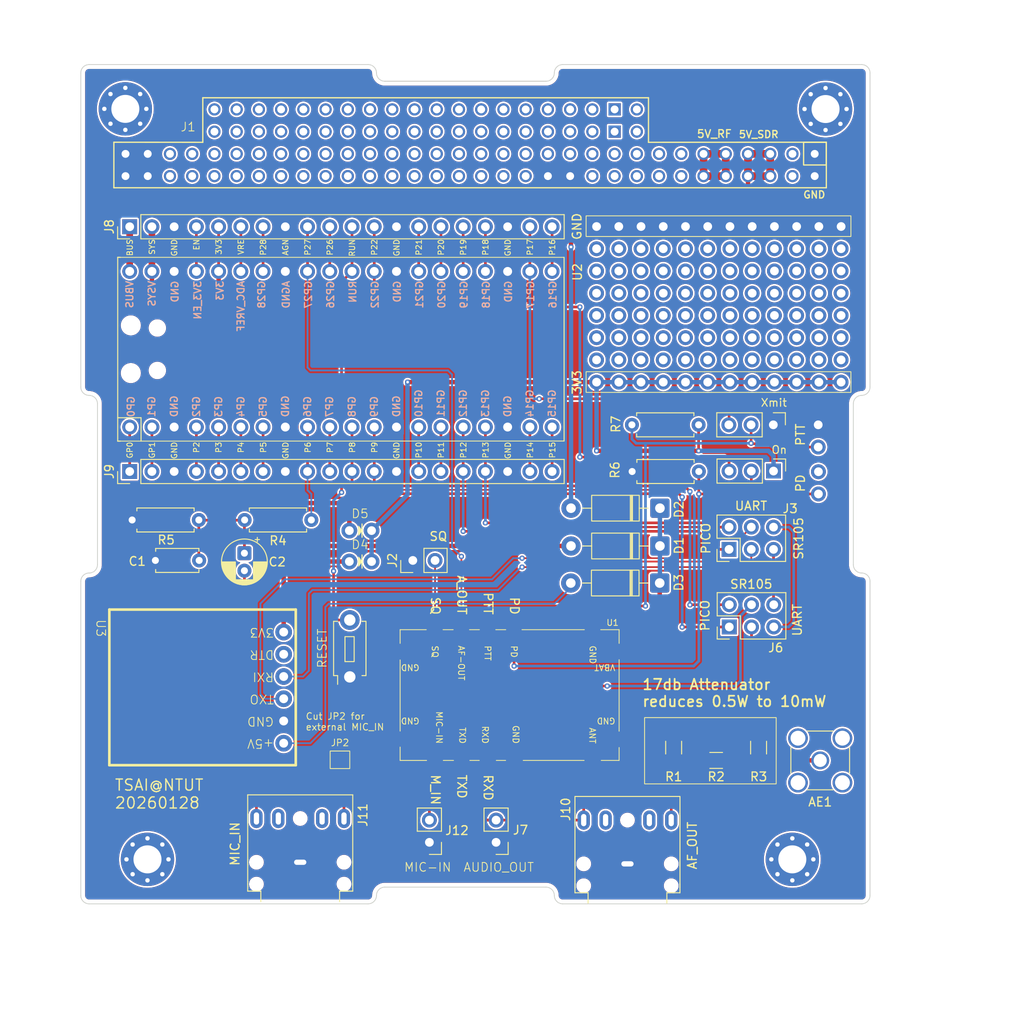
<source format=kicad_pcb>
(kicad_pcb (version 20241229) (generator "pcbnew") (generator_version "9.0")
  (layers (0 "F.Cu" signal) (2 "B.Cu" signal) (13 "F.Paste" user) (15 "B.Paste" user) (5 "F.SilkS" user "F.Silkscreen") (7 "B.SilkS" user "B.Silkscreen") (1 "F.Mask" user) (3 "B.Mask" user) (25 "Edge.Cuts" user))
  (net 0 "")
  (net 1 "Net-(AE1-A)")
  (net 2 "Net-(U1-ANT)")
  (net 3 "GND")
  (net 4 "Net-(C1-Pad1)")
  (net 5 "/FILTER_OUT")
  (net 6 "/AUDIO_IN")
  (net 7 "/MIC_IN")
  (net 8 "/ADC2")
  (net 9 "/GPIO16")
  (net 10 "/GPIO20")
  (net 11 "/3V3_EN")
  (net 12 "/3V3")
  (net 13 "/5V0")
  (net 14 "/GPIO18")
  (net 15 "/RUN")
  (net 16 "/VREF")
  (net 17 "/GPIO21")
  (net 18 "/GPIO19")
  (net 19 "/GPIO15")
  (net 20 "/GPIO4")
  (net 21 "/GPIO11")
  (net 22 "/UART0_RX")
  (net 24 "/GPIO10")
  (net 25 "/GPIO3")
  (net 26 "/PD_PICO")
  (net 27 "/PC_RX")
  (net 28 "/GPIO7")
  (net 29 "/PD")
  (net 30 "/GPIO2")
  (net 31 "/GPIO5")
  (net 32 "/GPIO14")
  (net 33 "/SQ")
  (net 34 "/PTT_PICO")
  (net 35 "/PTT")
  (net 36 "/5V_SDR_10W")
  (net 43 "/5V_S-BAND_12W")
  (net 64 "/RESET1")
  (net 73 "/NULL1")
  (net 126 "/UART_TX")
  (net 127 "/UART_RX")
  (net 128 "/AUDIO_OUT")
  (net 129 "/VBUS")
  (net 130 "Net-(D1-A)")
  (net 133 "Net-(D3-A)")
  (net 136 "/PC_TX")
  (net 137 "/UART0_TX")
  (net 138 "/UART1_RX")
  (net 139 "/UART1_TX")
  (net 140 "/SR105_RX")
  (net 141 "/SR105_TX")
  (net 142 "/GPIO1")
  (net 143 "/GPIO0")
  (net 144 "Net-(D4-A)")
  (net 145 "/3V3_PICO")
  (net 146 "/ADC0")
  (footprint "AMSAT:TestPoint_THTPad_D1.7mm_Drill1.0mm" (layer "F.Cu") (at 133.858 77.4192)
    (property "Reference" "REF**" (hide yes))
    (property "Value" "TestPoint_THTPad_D1.7mm_Drill1.0mm" (hide yes))
  )
  (footprint "AMSAT:TestPoint_THTPad_D1.7mm_Drill1.0mm" (layer "F.Cu") (at 149.098 87.5792)
    (property "Reference" "REF**" (hide yes))
    (property "Value" "TestPoint_THTPad_D1.7mm_Drill1.0mm" (hide yes))
  )
  (footprint "Connector_PinHeader_2.54mm:PinHeader_1x02_P2.54mm_Vertical" (layer "F.Cu") (at 100.1649 113.03 90)
    (property "Reference" "J2")
    (property "Value" "SQ")
  )
  (footprint "AMSAT:Diode_TH" (layer "F.Cu") (at 94.1324 109.6204)
    (property "Reference" "D5")
    (property "Value" "1N5817")
  )
  (footprint "AMSAT:TestPoint_THTPad_D1.7mm_Drill1.0mm" (layer "F.Cu") (at 141.478 90.1192)
    (property "Reference" "REF**" (hide yes))
    (property "Value" "TestPoint_THTPad_D1.7mm_Drill1.0mm" (hide yes))
  )
  (footprint "AMSAT:TestPoint_THTPad_D1.7mm_Drill1.0mm" (layer "F.Cu") (at 131.318 77.4192)
    (property "Reference" "REF**" (hide yes))
    (property "Value" "TestPoint_THTPad_D1.7mm_Drill1.0mm" (hide yes))
  )
  (footprint "Resistor_SMD:R_1206_3216Metric" (layer "F.Cu") (at 134.8232 135.877805)
    (property "Reference" "R2")
    (property "Value" "180")
  )
  (footprint "AMSAT:TestPoint_THTPad_D1.7mm_Drill1.0mm" (layer "F.Cu") (at 149.098 77.4192)
    (property "Reference" "REF**" (hide yes))
    (property "Value" "TestPoint_THTPad_D1.7mm_Drill1.0mm" (hide yes))
  )
  (footprint "AMSAT:TestPoint_THTPad_D1.7mm_Drill1.0mm" (layer "F.Cu") (at 141.478 79.9592)
    (property "Reference" "REF**" (hide yes))
    (property "Value" "TestPoint_THTPad_D1.7mm_Drill1.0mm" (hide yes))
  )
  (footprint "AMSAT:TestPoint_THTPad_D1.7mm_Drill1.0mm" (layer "F.Cu") (at 128.778 90.1192)
    (property "Reference" "REF**" (hide yes))
    (property "Value" "TestPoint_THTPad_D1.7mm_Drill1.0mm" (hide yes))
  )
  (footprint "Connector_PinHeader_2.54mm:PinHeader_1x03_P2.54mm_Vertical" (layer "F.Cu") (at 141.3764 102.8192 -90)
    (property "Reference" "J4" (hide yes))
    (property "Value" "Conn_01x03" (hide yes))
  )
  (footprint "AMSAT:TestPoint_THTPad_D1.7mm_Drill1.0mm" (layer "F.Cu") (at 136.398 85.0392)
    (property "Reference" "REF**" (hide yes))
    (property "Value" "TestPoint_THTPad_D1.7mm_Drill1.0mm" (hide yes))
  )
  (footprint "AMSAT:TestPoint_THTPad_D1.7mm_Drill1.0mm" (layer "F.Cu") (at 131.318 87.5792)
    (property "Reference" "REF**" (hide yes))
    (property "Value" "TestPoint_THTPad_D1.7mm_Drill1.0mm" (hide yes))
  )
  (footprint "AMSAT:TestPoint_THTPad_D1.7mm_Drill1.0mm" (layer "F.Cu") (at 138.938 74.8792)
    (property "Reference" "REF**" (hide yes))
    (property "Value" "TestPoint_THTPad_D1.7mm_Drill1.0mm" (hide yes))
  )
  (footprint "AMSAT:TestPoint_THTPad_D1.7mm_Drill1.0mm" (layer "F.Cu") (at 136.398 90.1192)
    (property "Reference" "REF**" (hide yes))
    (property "Value" "TestPoint_THTPad_D1.7mm_Drill1.0mm" (hide yes))
  )
  (footprint "AMSAT:TestPoint_THTPad_D1.7mm_Drill1.0mm" (layer "F.Cu") (at 141.478 85.0392)
    (property "Reference" "REF**" (hide yes))
    (property "Value" "TestPoint_THTPad_D1.7mm_Drill1.0mm" (hide yes))
  )
  (footprint "Resistor_THT:R_Axial_DIN0207_L6.3mm_D2.5mm_P7.62mm_Horizontal" (layer "F.Cu") (at 132.8166 97.536 180)
    (property "Reference" "R7")
    (property "Value" "10K")
  )
  (footprint "AMSAT:TestPoint_THTPad_D1.7mm_Drill1.0mm" (layer "F.Cu") (at 123.698 92.6592)
    (property "Reference" "REF**" (hide yes))
    (property "Value" "TestPoint_THTPad_D1.7mm_Drill1.0mm" (hide yes))
  )
  (footprint "Diode_THT:D_DO-41_SOD81_P10.16mm_Horizontal" (layer "F.Cu") (at 128.3716 115.6118 180)
    (property "Reference" "D3")
    (property "Value" "1N5817")
  )
  (footprint "AMSAT:TestPoint_THTPad_D1.7mm_Drill1.0mm" (layer "F.Cu") (at 121.158 90.1192)
    (property "Reference" "REF**" (hide yes))
    (property "Value" "TestPoint_THTPad_D1.7mm_Drill1.0mm" (hide yes))
  )
  (footprint "AMSAT:TestPoint_THTPad_D1.7mm_Drill1.0mm" (layer "F.Cu") (at 138.938 90.1192)
    (property "Reference" "REF**" (hide yes))
    (property "Value" "TestPoint_THTPad_D1.7mm_Drill1.0mm" (hide yes))
  )
  (footprint "AMSAT:TestPoint_THTPad_D1.7mm_Drill1.0mm" (layer "F.Cu") (at 146.4818 100.076 180)
    (property "Reference" "REF**" (hide yes))
    (property "Value" "TestPoint_THTPad_D1.7mm_Drill1.0mm" (hide yes))
  )
  (footprint "AMSAT:TestPoint_THTPad_D1.7mm_Drill1.0mm" (layer "F.Cu") (at 141.478 77.4192)
    (property "Reference" "REF**" (hide yes))
    (property "Value" "TestPoint_THTPad_D1.7mm_Drill1.0mm" (hide yes))
  )
  (footprint "AMSAT:TestPoint_THTPad_D1.7mm_Drill1.0mm" (layer "F.Cu") (at 136.398 87.5792)
    (property "Reference" "REF**" (hide yes))
    (property "Value" "TestPoint_THTPad_D1.7mm_Drill1.0mm" (hide yes))
  )
  (footprint "AMSAT:MountingHole_3.2mm_M3_Pad_Via" (layer "F.Cu") (at 67.32 61.44)
    (property "Reference" "H1" (hide yes))
    (property "Value" "MountingHole" (hide yes))
  )
  (footprint "AMSAT:TestPoint_THTPad_D1.7mm_Drill1.0mm" (layer "F.Cu") (at 133.858 79.9592)
    (property "Reference" "REF**" (hide yes))
    (property "Value" "TestPoint_THTPad_D1.7mm_Drill1.0mm" (hide yes))
  )
  (footprint "AMSAT:TestPoint_THTPad_D1.7mm_Drill1.0mm" (layer "F.Cu") (at 126.238 79.9592)
    (property "Reference" "REF**" (hide yes))
    (property "Value" "TestPoint_THTPad_D1.7mm_Drill1.0mm" (hide yes))
  )
  (footprint "AMSAT:TestPoint_THTPad_D1.7mm_Drill1.0mm" (layer "F.Cu") (at 149.098 90.1192)
    (property "Reference" "REF**" (hide yes))
    (property "Value" "TestPoint_THTPad_D1.7mm_Drill1.0mm" (hide yes))
  )
  (footprint "Basic:Jack_3.5mm_CUI_SJ1-3525N_Horizontal" (layer "F.Cu") (at 124.6886 147.6972)
    (property "Reference" "J10")
    (property "Value" "SC1464-ND")
  )
  (footprint "AMSAT:TestPoint_THTPad_D1.7mm_Drill1.0mm" (layer "F.Cu") (at 136.398 79.9592)
    (property "Reference" "REF**" (hide yes))
    (property "Value" "TestPoint_THTPad_D1.7mm_Drill1.0mm" (hide yes))
  )
  (footprint "Connector_PinHeader_2.54mm:PinHeader_1x03_P2.54mm_Vertical" (layer "F.Cu") (at 141.351 97.536 -90)
    (property "Reference" "J5" (hide yes))
    (property "Value" "Conn_01x03" (hide yes))
  )
  (footprint "Button_Switch_THT:SW_PUSH_1P1T_6x3.5mm_H4.3_APEM_MJTP1243" (layer "F.Cu") (at 92.964 126.3372 90)
    (property "Reference" "SW1" (hide yes))
    (property "Value" "SW_Push" (hide yes))
  )
  (footprint "AMSAT:TestPoint_THTPad_D1.7mm_Drill1.0mm" (layer "F.Cu") (at 128.778 87.5792)
    (property "Reference" "REF**" (hide yes))
    (property "Value" "TestPoint_THTPad_D1.7mm_Drill1.0mm" (hide yes))
  )
  (footprint "AMSAT:TestPoint_THTPad_D1.7mm_Drill1.0mm" (layer "F.Cu") (at 123.698 82.4992)
    (property "Reference" "REF**" (hide yes))
    (property "Value" "TestPoint_THTPad_D1.7mm_Drill1.0mm" (hide yes))
  )
  (footprint "Basic:PC104_16bit_Connector" (layer "F.Cu") (at 125.76 64.04 180)
    (property "Reference" "J1")
    (property "Value" "~" (hide yes))
  )
  (footprint "AMSAT:TestPoint_THTPad_D1.7mm_Drill1.0mm" (layer "F.Cu") (at 144.018 90.1192)
    (property "Reference" "REF**" (hide yes))
    (property "Value" "TestPoint_THTPad_D1.7mm_Drill1.0mm" (hide yes))
  )
  (footprint "Connector_Coaxial:SMA_Amphenol_901-144_Vertical" (layer "F.Cu") (at 146.7104 135.877805 180)
    (property "Reference" "AE1")
    (property "Value" "Antenna")
  )
  (footprint "AMSAT:TestPoint_THTPad_D1.7mm_Drill1.0mm" (layer "F.Cu") (at 136.398 77.4192)
    (property "Reference" "REF**" (hide yes))
    (property "Value" "TestPoint_THTPad_D1.7mm_Drill1.0mm" (hide yes))
  )
  (footprint "AMSAT:TestPoint_THTPad_D1.7mm_Drill1.0mm" (layer "F.Cu") (at 146.558 87.5792)
    (property "Reference" "REF**" (hide yes))
    (property "Value" "TestPoint_THTPad_D1.7mm_Drill1.0mm" (hide yes))
  )
  (footprint "AMSAT:TestPoint_THTPad_D1.7mm_Drill1.0mm" (layer "F.Cu") (at 131.318 90.1192)
    (property "Reference" "REF**" (hide yes))
    (property "Value" "TestPoint_THTPad_D1.7mm_Drill1.0mm" (hide yes))
  )
  (footprint "AMSAT:TestPoint_THTPad_D1.7mm_Drill1.0mm" (layer "F.Cu") (at 121.158 82.4992)
    (property "Reference" "REF**" (hide yes))
    (property "Value" "TestPoint_THTPad_D1.7mm_Drill1.0mm" (hide yes))
  )
  (footprint "AMSAT:TestPoint_THTPad_D1.7mm_Drill1.0mm" (layer "F.Cu") (at 123.698 77.4192)
    (property "Reference" "REF**" (hide yes))
    (property "Value" "TestPoint_THTPad_D1.7mm_Drill1.0mm" (hide yes))
  )
  (footprint "AMSAT:TestPoint_THTPad_D1.7mm_Drill1.0mm" (layer "F.Cu") (at 123.698 85.0392)
    (property "Reference" "REF**" (hide yes))
    (property "Value" "TestPoint_THTPad_D1.7mm_Drill1.0mm" (hide yes))
  )
  (footprint "AMSAT:TestPoint_THTPad_D1.7mm_Drill1.0mm" (layer "F.Cu") (at 121.158 87.5792)
    (property "Reference" "REF**" (hide yes))
    (property "Value" "TestPoint_THTPad_D1.7mm_Drill1.0mm" (hide yes))
  )
  (footprint "AMSAT:TestPoint_THTPad_D1.7mm_Drill1.0mm" (layer "F.Cu") (at 128.778 82.4992)
    (property "Reference" "REF**" (hide yes))
    (property "Value" "TestPoint_THTPad_D1.7mm_Drill1.0mm" (hide yes))
  )
  (footprint "AMSAT:TestPoint_THTPad_D1.7mm_Drill1.0mm" (layer "F.Cu") (at 146.558 82.4992)
    (property "Reference" "REF**" (hide yes))
    (property "Value" "TestPoint_THTPad_D1.7mm_Drill1.0mm" (hide yes))
  )
  (footprint "Connector_PinHeader_2.54mm:PinHeader_1x02_P2.54mm_Vertical" (layer "F.Cu") (at 102.0572 145.2372 180)
    (property "Reference" "J12")
    (property "Value" "SQ")
  )
  (footprint "AMSAT:TestPoint_THTPad_D1.7mm_Drill1.0mm" (layer "F.Cu") (at 146.5072 102.8954)
    (property "Reference" "REF**" (hide yes))
    (property "Value" "TestPoint_THTPad_D1.7mm_Drill1.0mm" (hide yes))
  )
  (footprint "Connector_PinHeader_2.54mm:PinHeader_2x03_P2.54mm_Vertical" (layer "F.Cu") (at 136.2964 111.765 90)
    (property "Reference" "J3")
    (property "Value" "Conn_02x03_Odd_Even")
  )
  (footprint "AMSAT:Diode_TH" (layer "F.Cu") (at 94.1324 113.157)
    (property "Reference" "D4")
    (property "Value" "1N5817")
  )
  (footprint "AMSAT:TestPoint_THTPad_D1.7mm_Drill1.0mm" (layer "F.Cu") (at 144.018 79.9592)
    (property "Reference" "REF**" (hide yes))
    (property "Value" "TestPoint_THTPad_D1.7mm_Drill1.0mm" (hide yes))
  )
  (footprint "AMSAT:TestPoint_THTPad_D1.7mm_Drill1.0mm" (layer "F.Cu") (at 149.098 74.8792)
    (property "Reference" "REF**" (hide yes))
    (property "Value" "TestPoint_THTPad_D1.7mm_Drill1.0mm" (hide yes))
  )
  (footprint "AMSAT:TestPoint_THTPad_D1.7mm_Drill1.0mm" (layer "F.Cu") (at 146.558 92.6592)
    (property "Reference" "REF**" (hide yes))
    (property "Value" "TestPoint_THTPad_D1.7mm_Drill1.0mm" (hide yes))
  )
  (footprint "AMSAT:TestPoint_THTPad_D1.7mm_Drill1.0mm" (layer "F.Cu") (at 126.238 85.0392)
    (property "Reference" "REF**" (hide yes))
    (property "Value" "TestPoint_THTPad_D1.7mm_Drill1.0mm" (hide yes))
  )
  (footprint "AMSAT:TestPoint_THTPad_D1.7mm_Drill1.0mm" (layer "F.Cu") (at 141.478 92.6592)
    (property "Reference" "REF**" (hide yes))
    (property "Value" "TestPoint_THTPad_D1.7mm_Drill1.0mm" (hide yes))
  )
  (footprint "AMSAT:TestPoint_THTPad_D1.7mm_Drill1.0mm" (layer "F.Cu") (at 121.158 79.9592)
    (property "Reference" "REF**" (hide yes))
    (property "Value" "TestPoint_THTPad_D1.7mm_Drill1.0mm" (hide yes))
  )
  (footprint "AMSAT:TestPoint_THTPad_D1.7mm_Drill1.0mm" (layer "F.Cu") (at 136.398 74.8792)
    (property "Reference" "REF**" (hide yes))
    (property "Value" "TestPoint_THTPad_D1.7mm_Drill1.0mm" (hide yes))
  )
  (footprint "AMSAT:TestPoint_THTPad_D1.7mm_Drill1.0mm" (layer "F.Cu") (at 126.238 77.4192)
    (property "Reference" "REF**" (hide yes))
    (property "Value" "TestPoint_THTPad_D1.7mm_Drill1.0mm" (hide yes))
  )
  (footprint "AMSAT:TestPoint_THTPad_D1.7mm_Drill1.0mm" (layer "F.Cu") (at 131.318 79.9592)
    (property "Reference" "REF**" (hide yes))
    (property "Value" "TestPoint_THTPad_D1.7mm_Drill1.0mm" (hide yes))
  )
  (footprint "Resistor_THT:R_Axial_DIN0207_L6.3mm_D2.5mm_P7.62mm_Horizontal" (layer "F.Cu") (at 125.222 102.87)
    (property "Reference" "R6")
    (property "Value" "10K")
  )
  (footprint "Connector_PinHeader_2.54mm:PinHeader_1x20_P2.54mm_Vertical" (layer "F.Cu") (at 67.818 102.87 90)
    (property "Reference" "J9")
    (property "Value" "Conn_01x20")
  )
  (footprint "AMSAT:TestPoint_THTPad_D1.7mm_Drill1.0mm" (layer "F.Cu") (at 123.698 79.9592)
    (property "Reference" "REF**" (hide yes))
    (property "Value" "TestPoint_THTPad_D1.7mm_Drill1.0mm" (hide yes))
  )
  (footprint "AMSAT:TestPoint_THTPad_D1.7mm_Drill1.0mm" (layer "F.Cu") (at 133.858 85.0392)
    (property "Reference" "REF**" (hide yes))
    (property "Value" "TestPoint_THTPad_D1.7mm_Drill1.0mm" (hide yes))
  )
  (footprint "AMSAT:TestPoint_THTPad_D1.7mm_Drill1.0mm" (layer "F.Cu") (at 144.018 74.8792)
    (property "Reference" "REF**" (hide yes))
    (property "Value" "TestPoint_THTPad_D1.7mm_Drill1.0mm" (hide yes))
  )
  (footprint "AMSAT:TestPoint_THTPad_D1.7mm_Drill1.0mm" (layer "F.Cu") (at 123.698 87.5792)
    (property "Reference" "REF**" (hide yes))
    (property "Value" "TestPoint_THTPad_D1.7mm_Drill1.0mm" (hide yes))
  )
  (footprint "AMSAT:TestPoint_THTPad_D1.7mm_Drill1.0mm" (layer "F.Cu") (at 128.778 74.8792)
    (property "Reference" "REF**" (hide yes))
    (property "Value" "TestPoint_THTPad_D1.7mm_Drill1.0mm" (hide yes))
  )
  (footprint "AMSAT:TestPoint_THTPad_D1.7mm_Drill1.0mm" (layer "F.Cu") (at 133.858 74.8792)
    (property "Reference" "REF**" (hide yes))
    (property "Value" "TestPoint_THTPad_D1.7mm_Drill1.0mm" (hide yes))
  )
  (footprint "AMSAT:TestPoint_THTPad_D1.7mm_Drill1.0mm" (layer "F.Cu") (at 126.238 82.4992)
    (property "Reference" "REF**" (hide yes))
    (property "Value" "TestPoint_THTPad_D1.7mm_Drill1.0mm" (hide yes))
  )
  (footprint "AMSAT:TestPoint_THTPad_D1.7mm_Drill1.0mm" (layer "F.Cu") (at 133.858 82.4992)
    (property "Reference" "REF**" (hide yes))
    (property "Value" "TestPoint_THTPad_D1.7mm_Drill1.0mm" (hide yes))
  )
  (footprint "AMSAT:MountingHole_3.2mm_M3_Pad_Via" (layer "F.Cu") (at 143.523 147.1823)
    (property "Reference" "H3" (hide yes))
    (property "Value" "MountingHole" (hide yes))
  )
  (footprint "AMSAT:TestPoint_THTPad_D1.7mm_Drill1.0mm" (layer "F.Cu") (at 126.238 90.1192)
    (property "Reference" "REF**" (hide yes))
    (property "Value" "TestPoint_THTPad_D1.7mm_Drill1.0mm" (hide yes))
  )
  (footprint "AMSAT:MountingHole_3.2mm_M3_Pad_Via" (layer "F.Cu") (at 147.32 61.4573)
    (property "Reference" "H2" (hide yes))
    (property "Value" "MountingHole" (hide yes))
  )
  (footprint "AMSAT:TestPoint_THTPad_D1.7mm_Drill1.0mm" (layer "F.Cu") (at 128.778 92.6592)
    (property "Reference" "REF**" (hide yes))
    (property "Value" "TestPoint_THTPad_D1.7mm_Drill1.0mm" (hide yes))
  )
  (footprint "Diode_THT:D_DO-41_SOD81_P10.16mm_Horizontal" (layer "F.Cu") (at 128.397 111.379 180)
    (property "Reference" "D1")
    (property "Value" "1N5817")
  )
  (footprint "AMSAT:TestPoint_THTPad_D1.7mm_Drill1.0mm" (layer "F.Cu") (at 126.238 87.5792)
    (property "Reference" "REF**" (hide yes))
    (property "Value" "TestPoint_THTPad_D1.7mm_Drill1.0mm" (hide yes))
  )
  (footprint "AMSAT:TestPoint_THTPad_D1.7mm_Drill1.0mm" (layer "F.Cu") (at 131.318 85.0392)
    (property "Reference" "REF**" (hide yes))
    (property "Value" "TestPoint_THTPad_D1.7mm_Drill1.0mm" (hide yes))
  )
  (footprint "AMSAT:TestPoint_THTPad_D1.7mm_Drill1.0mm" (layer "F.Cu") (at 121.158 77.4192)
    (property "Reference" "REF**" (hide yes))
    (property "Value" "TestPoint_THTPad_D1.7mm_Drill1.0mm" (hide yes))
  )
  (footprint "AMSAT:TestPoint_THTPad_D1.7mm_Drill1.0mm" (layer "F.Cu") (at 121.158 92.6592)
    (property "Reference" "REF**" (hide yes))
    (property "Value" "TestPoint_THTPad_D1.7mm_Drill1.0mm" (hide yes))
  )
  (footprint "AMSAT:TestPoint_THTPad_D1.7mm_Drill1.0mm" (layer "F.Cu") (at 146.558 90.1192)
    (property "Reference" "REF**" (hide yes))
    (property "Value" "TestPoint_THTPad_D1.7mm_Drill1.0mm" (hide yes))
  )
  (footprint "AMSAT:TestPoint_THTPad_D1.7mm_Drill1.0mm" (layer "F.Cu") (at 149.098 79.9592)
    (property "Reference" "REF**" (hide yes))
    (property "Value" "TestPoint_THTPad_D1.7mm_Drill1.0mm" (hide yes))
  )
  (footprint "Resistor_SMD:R_1206_3216Metric" (layer "F.Cu") (at 129.96511 134.415305 90)
    (property "Reference" "R1")
    (property "Value" "68")
  )
  (footprint "AMSAT:TestPoint_THTPad_D1.7mm_Drill1.0mm" (layer "F.Cu") (at 126.238 74.8792)
    (property "Reference" "REF**" (hide yes))
    (property "Value" "TestPoint_THTPad_D1.7mm_Drill1.0mm" (hide yes))
  )
  (footprint "AMSAT:TestPoint_THTPad_D1.7mm_Drill1.0mm" (layer "F.Cu") (at 138.938 92.6592)
    (property "Reference" "REF**" (hide yes))
    (property "Value" "TestPoint_THTPad_D1.7mm_Drill1.0mm" (hide yes))
  )
  (footprint "AMSAT:TestPoint_THTPad_D1.7mm_Drill1.0mm" (layer "F.Cu") (at 146.5072 105.4354 180)
    (property "Reference" "REF**" (hide yes))
    (property "Value" "TestPoint_THTPad_D1.7mm_Drill1.0mm" (hide yes))
  )
  (footprint "Resistor_THT:R_Axial_DIN0207_L6.3mm_D2.5mm_P7.62mm_Horizontal" (layer "F.Cu") (at 68.0974 108.4072)
    (property "Reference" "R5")
    (property "Value" "100")
  )
  (footprint "AMSAT:TestPoint_THTPad_D1.7mm_Drill1.0mm" (layer "F.Cu") (at 133.858 90.1192)
    (property "Reference" "REF**" (hide yes))
    (property "Value" "TestPoint_THTPad_D1.7mm_Drill1.0mm" (hide yes))
  )
  (footprint "Basic:Jack_3.5mm_CUI_SJ1-3525N_Horizontal" (layer "F.Cu") (at 87.2998 147.512)
    (property "Reference" "J11")
    (property "Value" "SC1464-ND")
  )
  (footprint "AMSAT:TestPoint_THTPad_D1.7mm_Drill1.0mm" (layer "F.Cu") (at 149.098 85.0392)
    (property "Reference" "REF**" (hide yes))
    (property "Value" "TestPoint_THTPad_D1.7mm_Drill1.0mm" (hide yes))
  )
  (footprint "AMSAT:TestPoint_THTPad_D1.7mm_Drill1.0mm" (layer "F.Cu") (at 123.698 90.1192)
    (property "Reference" "REF**" (hide yes))
    (property "Value" "TestPoint_THTPad_D1.7mm_Drill1.0mm" (hide yes))
  )
  (footprint "AMSAT:TestPoint_THTPad_D1.7mm_Drill1.0mm" (layer "F.Cu") (at 128.778 85.0392)
    (property "Reference" "REF**" (hide yes))
    (property "Value" "TestPoint_THTPad_D1.7mm_Drill1.0mm" (hide yes))
  )
  (footprint "AMSAT:TestPoint_THTPad_D1.7mm_Drill1.0mm" (layer "F.Cu") (at 144.018 85.0392)
    (property "Reference" "REF**" (hide yes))
    (property "Value" "TestPoint_THTPad_D1.7mm_Drill1.0mm" (hide yes))
  )
  (footprint "AMSAT:TestPoint_THTPad_D1.7mm_Drill1.0mm" (layer "F.Cu") (at 131.318 74.8792)
    (property "Reference" "REF**" (hide yes))
    (property "Value" "TestPoint_THTPad_D1.7mm_Drill1.0mm" (hide yes))
  )
  (footprint "AMSAT:TestPoint_THTPad_D1.7mm_Drill1.0mm" (layer "F.Cu") (at 136.398 92.6592)
    (property "Reference" "REF**" (hide yes))
    (property "Value" "TestPoint_THTPad_D1.7mm_Drill1.0mm" (hide yes))
  )
  (footprint "AMSAT:TestPoint_THTPad_D1.7mm_Drill1.0mm" (layer "F.Cu") (at 144.018 87.5792)
    (property "Reference" "REF**" (hide yes))
    (property "Value" "TestPoint_THTPad_D1.7mm_Drill1.0mm" (hide yes))
  )
  (footprint "AMSAT:TestPoint_THTPad_D1.7mm_Drill1.0mm" (layer "F.Cu") (at 138.938 79.9592)
    (property "Reference" "REF**" (hide yes))
    (property "Value" "TestPoint_THTPad_D1.7mm_Drill1.0mm" (hide yes))
  )
  (footprint "Capacitor_THT:C_Disc_D4.7mm_W2.5mm_P5.00mm" (layer "F.Cu") (at 75.7536 113.03 180)
    (property "Reference" "C1")
    (property "Value" "0.1uF")
  )
  (footprint "AMSAT:TestPoint_THTPad_D1.7mm_Drill1.0mm" (layer "F.Cu") (at 138.938 87.5792)
    (property "Reference" "REF**" (hide yes))
    (property "Value" "TestPoint_THTPad_D1.7mm_Drill1.0mm" (hide yes))
  )
  (footprint "Resistor_SMD:R_1206_3216Metric" (layer "F.Cu") (at 139.66791 134.415305 90)
    (property "Reference" "R3")
    (property "Value" "68")
  )
  (footprint "AMSAT:TestPoint_THTPad_D1.7mm_Drill1.0mm" (layer "F.Cu") (at 141.478 74.8792)
    (property "Reference" "REF**" (hide yes))
    (property "Value" "TestPoint_THTPad_D1.7mm_Drill1.0mm" (hide yes))
  )
  (footprint "AMSAT:TestPoint_THTPad_D1.7mm_Drill1.0mm" (layer "F.Cu") (at 149.098 92.6592)
    (property "Reference" "REF**" (hide yes))
    (property "Value" "TestPoint_THTPad_D1.7mm_Drill1.0mm" (hide yes))
  )
  (footprint "Capacitor_THT:CP_Radial_D5.0mm_P2.00mm" (layer "F.Cu") (at 80.9244 112.201888 -90)
    (property "Reference" "C2")
    (property "Value" "47uF")
  )
  (footprint "AMSAT:TestPoint_THTPad_D1.7mm_Drill1.0mm" (layer "F.Cu") (at 138.938 77.4192)
    (property "Reference" "REF**" (hide yes))
    (property "Value" "TestPoint_THTPad_D1.7mm_Drill1.0mm" (hide yes))
  )
  (footprint "Diode_THT:D_DO-41_SOD81_P10.16mm_Horizontal" (layer "F.Cu") (at 128.397 107.061 180)
    (property "Reference" "D2")
    (property "Value" "1N5817")
  )
  (footprint "AMSAT:TestPoint_THTPad_D1.7mm_Drill1.0mm" (layer "F.Cu") (at 149.098 82.4992)
    (property "Reference" "REF**" (hide yes))
    (property "Value" "TestPoint_THTPad_D1.7mm_Drill1.0mm" (hide yes))
  )
  (footprint "AMSAT:TestPoint_THTPad_D1.7mm_Drill1.0mm" (layer "F.Cu") (at 138.938 82.4992)
    (property "Reference" "REF**" (hide yes))
    (property "Value" "TestPoint_THTPad_D1.7mm_Drill1.0mm" (hide yes))
  )
  (footprint "AMSAT:TestPoint_THTPad_D1.7mm_Drill1.0mm" (layer "F.Cu") (at 144.018 92.6592)
    (property "Reference" "REF**" (hide yes))
    (property "Value" "TestPoint_THTPad_D1.7mm_Drill1.0mm" (hide yes))
  )
  (footprint "AMSAT:TestPoint_THTPad_D1.7mm_Drill1.0mm" (layer "F.Cu") (at 146.558 77.4192)
    (property "Reference" "REF**" (hide yes))
    (property "Value" "TestPoint_THTPad_D1.7mm_Drill1.0mm" (hide yes))
  )
  (footprint "AMSAT:TestPoint_THTPad_D1.7mm_Drill1.0mm" (layer "F.Cu") (at 123.698 74.8792)
    (property "Reference" "REF**" (hide yes))
    (property "Value" "TestPoint_THTPad_D1.7mm_Drill1.0mm" (hide yes))
  )
  (footprint "AMSAT:USB_UART_Module_New" (layer "F.Cu") (at 80.49291 127.5334 90)
    (property "Reference" "U3")
    (property "Value" "~")
  )
  (footprint "Connector_PinHeader_2.54mm:PinHeader_1x20_P2.54mm_Vertical" (layer "F.Cu") (at 67.818 74.9046 90)
    (property "Reference" "J8")
    (property "Value" "Conn_01x20")
  )
  (footprint "AMSAT:TestPoint_THTPad_D1.7mm_Drill1.0mm" (layer "F.Cu") (at 138.938 85.0392)
    (property "Reference" "REF**" (hide yes))
    (property "Value" "TestPoint_THTPad_D1.7mm_Drill1.0mm" (hide yes))
  )
  (footprint "AMSAT:TestPoint_THTPad_D1.7mm_Drill1.0mm" (layer "F.Cu") (at 146.558 79.9592)
    (property "Reference" "REF**" (hide yes))
    (property "Value" "TestPoint_THTPad_D1.7mm_Drill1.0mm" (hide yes))
  )
  (footprint "AMSAT:TestPoint_THTPad_D1.7mm_Drill1.0mm" (layer "F.Cu") (at 133.858 87.5792)
    (property "Reference" "REF**" (hide yes))
    (property "Value" "TestPoint_THTPad_D1.7mm_Drill1.0mm" (hide yes))
  )
  (footprint "AMSAT:TestPoint_THTPad_D1.7mm_Drill1.0mm" (layer "F.Cu") (at 131.318 92.6592)
    (property "Reference" "REF**" (hide yes))
    (property "Value" "TestPoint_THTPad_D1.7mm_Drill1.0mm" (hide yes))
  )
  (footprint "AMSAT:SR105U" (layer "F.Cu") (at 110.8964 128.4478 180)
    (property "Reference" "U1")
    (property "Value" "SR105U")
  )
  (footprint "AMSAT:TestPoint_THTPad_D1.7mm_Drill1.0mm" (layer "F.Cu") (at 141.478 82.4992)
    (property "Reference" "REF**" (hide yes))
    (property "Value" "TestPoint_THTPad_D1.7mm_Drill1.0mm" (hide yes))
  )
  (footprint "AMSAT:TestPoint_THTPad_D1.7mm_Drill1.0mm" (layer "F.Cu") (at 144.018 82.4992)
    (property "Reference" "REF**" (hide yes))
    (property "Value" "TestPoint_THTPad_D1.7mm_Drill1.0mm" (hide yes))
  )
  (footprint "AMSAT:TestPoint_THTPad_D1.7mm_Drill1.0mm" (layer "F.Cu") (at 133.858 92.6592)
    (property "Reference" "REF**" (hide yes))
    (property "Value" "TestPoint_THTPad_D1.7mm_Drill1.0mm" (hide yes))
  )
  (footprint "Connector_PinHeader_2.54mm:PinHeader_2x03_P2.54mm_Vertical" (layer "F.Cu") (at 136.3218 120.6296 90)
    (property "Reference" "J6")
    (property "Value" "Conn_02x03_Odd_Even")
  )
  (footprint "AMSAT:TestPoint_THTPad_D1.7mm_Drill1.0mm" (layer "F.Cu") (at 141.478 87.5792)
    (property "Reference" "REF**" (hide yes))
    (property "Value" "TestPoint_THTPad_D1.7mm_Drill1.0mm" (hide yes))
  )
  (footprint "AMSAT:TestPoint_THTPad_D1.7mm_Drill1.0mm" (layer "F.Cu") (at 146.558 85.0392)
    (property "Reference" "REF**" (hide yes))
    (property "Value" "TestPoint_THTPad_D1.7mm_Drill1.0mm" (hide yes))
  )
  (footprint "Resistor_THT:R_Axial_DIN0207_L6.3mm_D2.5mm_P7.62mm_Horizontal" (layer "F.Cu") (at 88.5698 108.4072 180)
    (property "Reference" "R4")
    (property "Value" "220")
  )
  (footprint "AMSAT:TestPoint_THTPad_D1.7mm_Drill1.0mm" (layer "F.Cu") (at 136.398 82.4992)
    (property "Reference" "REF**" (hide yes))
    (property "Value" "TestPoint_THTPad_D1.7mm_Drill1.0mm" (hide yes))
  )
  (footprint "Connector_PinHeader_2.54mm:PinHeader_1x02_P2.54mm_Vertical" (layer "F.Cu") (at 109.6772 145.2372 180)
    (property "Reference" "J7")
    (property "Value" "SQ")
  )
  (footprint "AMSAT:TestPoint_THTPad_D1.7mm_Drill1.0mm" (layer "F.Cu") (at 146.4818 97.536)
    (property "Reference" "REF**" (hide yes))
    (property "Value" "TestPoint_THTPad_D1.7mm_Drill1.0mm" (hide yes))
  )
  (footprint "AMSAT:TestPoint_THTPad_D1.7mm_Drill1.0mm" (layer "F.Cu") (at 146.558 74.8792)
    (property "Reference" "REF**" (hide yes))
    (property "Value" "TestPoint_THTPad_D1.7mm_Drill1.0mm" (hide yes))
  )
  (footprint "AMSAT:MountingHole_3.2mm_M3_Pad_Via" (layer "F.Cu") (at 69.85 147.1823)
    (property "Reference" "H4" (hide yes))
    (property "Value" "MountingHole" (hide yes))
  )
  (footprint "AMSAT:SolderJumper-2_P1.3mm_Bridged_Pad1.0x1.5mm" (layer "F.Cu") (at 91.56115 135.8111 180)
    (property "Reference" "JP2")
    (property "Value" "SolderJumper_2_Bridged")
  )
  (footprint "AMSAT:TestPoint_THTPad_D1.7mm_Drill1.0mm" (layer "F.Cu") (at 144.018 77.4192)
    (property "Reference" "REF**" (hide yes))
    (property "Value" "TestPoint_THTPad_D1.7mm_Drill1.0mm" (hide yes))
  )
  (footprint "AMSAT:TestPoint_THTPad_D1.7mm_Drill1.0mm" (layer "F.Cu") (at 121.158 85.0392)
    (property "Reference" "REF**" (hide yes))
    (property "Value" "TestPoint_THTPad_D1.7mm_Drill1.0mm" (hide yes))
  )
  (footprint "AMSAT:RPi_Pico_TH" (layer "F.Cu") (at 91.948 88.9 90)
    (property "Reference" "U2")
    (property "Value" "Pico")
  )
  (footprint "AMSAT:TestPoint_THTPad_D1.7mm_Drill1.0mm" (layer "F.Cu") (at 121.158 74.8792)
    (property "Reference" "REF**" (hide yes))
    (property "Value" "TestPoint_THTPad_D1.7mm_Drill1.0mm" (hide yes))
  )
  (footprint "AMSAT:TestPoint_THTPad_D1.7mm_Drill1.0mm" (layer "F.Cu") (at 131.318 82.4992)
    (property "Reference" "REF**" (hide yes))
    (property "Value" "TestPoint_THTPad_D1.7mm_Drill1.0mm" (hide yes))
  )
  (footprint "AMSAT:TestPoint_THTPad_D1.7mm_Drill1.0mm" (layer "F.Cu") (at 126.238 92.6592)
    (property "Reference" "REF**" (hide yes))
    (property "Value" "TestPoint_THTPad_D1.7mm_Drill1.0mm" (hide yes))
  )
  (footprint "AMSAT:TestPoint_THTPad_D1.7mm_Drill1.0mm" (layer "F.Cu") (at 128.778 79.9592)
    (property "Reference" "REF**" (hide yes))
    (property "Value" "TestPoint_THTPad_D1.7mm_Drill1.0mm" (hide yes))
  )
  (footprint "AMSAT:TestPoint_THTPad_D1.7mm_Drill1.0mm" (layer "F.Cu") (at 128.778 77.4192)
    (property "Reference" "REF**" (hide yes))
    (property "Value" "TestPoint_THTPad_D1.7mm_Drill1.0mm" (hide yes))
  )
  (gr_rect (start 119.9642 91.4654) (end 150.2156 93.8276) (stroke (width 0.1)) (fill no) (layer "F.SilkS"))
  (gr_rect (start 119.9642 73.66) (end 150.2156 76.0222) (stroke (width 0.1)) (fill no) (layer "F.SilkS"))
  (gr_rect (start 126.6444 130.9878) (end 141.6812 138.557) (stroke (width 0.1)) (fill no) (layer "F.SilkS"))
  (gr_arc (start 151.4475 114.4671) (mid 150.773981 114.188119) (end 150.495 113.5146) (stroke (width 0.1)) (layer "Edge.Cuts"))
  (gr_arc (start 115.3795 150.3573) (mid 116.053019 150.636281) (end 116.332 151.3098) (stroke (width 0.1)) (layer "Edge.Cuts"))
  (gr_line (start 150.495 95.125) (end 150.495 113.5146) (stroke (width 0.1)) (layer "Edge.Cuts"))
  (gr_arc (start 62.23 115.4196) (mid 62.508981 114.746081) (end 63.1825 114.4671) (stroke (width 0.1)) (layer "Edge.Cuts"))
  (gr_arc (start 117.2845 152.2623) (mid 116.610981 151.983319) (end 116.332 151.3098) (stroke (width 0.1)) (layer "Edge.Cuts"))
  (gr_arc (start 63.1825 94.1725) (mid 62.508981 93.893519) (end 62.23 93.22) (stroke (width 0.1)) (layer "Edge.Cuts"))
  (gr_line (start 151.4475 152.2623) (end 117.2845 152.2623) (stroke (width 0.1)) (layer "Edge.Cuts"))
  (gr_arc (start 116.332 57.3298) (mid 116.610981 56.656281) (end 117.2845 56.3773) (stroke (width 0.1)) (layer "Edge.Cuts"))
  (gr_line (start 96.9645 58.2823) (end 115.3795 58.2823) (stroke (width 0.127)) (layer "Edge.Cuts"))
  (gr_arc (start 152.4 151.3098) (mid 152.121019 151.983319) (end 151.4475 152.2623) (stroke (width 0.1)) (layer "Edge.Cuts"))
  (gr_arc (start 151.4475 56.3773) (mid 152.121019 56.656281) (end 152.4 57.3298) (stroke (width 0.1)) (layer "Edge.Cuts"))
  (gr_arc (start 151.4475 114.4671) (mid 152.121019 114.746081) (end 152.4 115.4196) (stroke (width 0.1)) (layer "Edge.Cuts"))
  (gr_line (start 62.23 151.3098) (end 62.23 115.4196) (stroke (width 0.1)) (layer "Edge.Cuts"))
  (gr_arc (start 96.9645 58.2823) (mid 96.290981 58.003319) (end 96.012 57.3298) (stroke (width 0.1)) (layer "Edge.Cuts"))
  (gr_arc (start 150.495 95.125) (mid 150.773981 94.451481) (end 151.4475 94.1725) (stroke (width 0.1)) (layer "Edge.Cuts"))
  (gr_line (start 117.2845 56.3773) (end 151.4475 56.3773) (stroke (width 0.1)) (layer "Edge.Cuts"))
  (gr_line (start 152.4 57.3298) (end 152.4 93.22) (stroke (width 0.1)) (layer "Edge.Cuts"))
  (gr_line (start 152.4 115.4196) (end 152.4 151.3098) (stroke (width 0.1)) (layer "Edge.Cuts"))
  (gr_arc (start 96.012 151.3098) (mid 95.733019 151.983319) (end 95.0595 152.2623) (stroke (width 0.1)) (layer "Edge.Cuts"))
  (gr_arc (start 64.135 113.5146) (mid 63.856019 114.188119) (end 63.1825 114.4671) (stroke (width 0.1)) (layer "Edge.Cuts"))
  (gr_line (start 64.135 113.5146) (end 64.135 95.125) (stroke (width 0.1)) (layer "Edge.Cuts"))
  (gr_line (start 63.1825 56.3773) (end 95.0595 56.3773) (stroke (width 0.1)) (layer "Edge.Cuts"))
  (gr_arc (start 63.1825 152.2623) (mid 62.508981 151.983319) (end 62.23 151.3098) (stroke (width 0.1)) (layer "Edge.Cuts"))
  (gr_arc (start 62.23 57.3298) (mid 62.508981 56.656281) (end 63.1825 56.3773) (stroke (width 0.1)) (layer "Edge.Cuts"))
  (gr_arc (start 96.012 151.3098) (mid 96.290981 150.636281) (end 96.9645 150.3573) (stroke (width 0.1)) (layer "Edge.Cuts"))
  (gr_arc (start 116.332 57.3298) (mid 116.053019 58.003319) (end 115.3795 58.2823) (stroke (width 0.1)) (layer "Edge.Cuts"))
  (gr_arc (start 152.4 93.22) (mid 152.121019 93.893519) (end 151.4475 94.1725) (stroke (width 0.1)) (layer "Edge.Cuts"))
  (gr_line (start 95.0595 152.2623) (end 63.1825 152.2623) (stroke (width 0.1)) (layer "Edge.Cuts"))
  (gr_arc (start 95.0595 56.3773) (mid 95.733019 56.656281) (end 96.012 57.3298) (stroke (width 0.1)) (layer "Edge.Cuts"))
  (gr_arc (start 63.1825 94.1725) (mid 63.856019 94.451481) (end 64.135 95.125) (stroke (width 0.1)) (layer "Edge.Cuts"))
  (gr_line (start 115.3795 150.3573) (end 96.9645 150.3573) (stroke (width 0.1)) (layer "Edge.Cuts"))
  (gr_line (start 62.23 93.22) (end 62.23 57.3298) (stroke (width 0.1)) (layer "Edge.Cuts"))
  (gr_text "P12" (at 106.3244 101.407686 90) (layer "F.SilkS") (effects (font (size 0.635 0.635) (thickness 0.1016)) (justify left bottom)))
  (gr_text "GND" (at 119.507 76.49351 90) (layer "F.SilkS") (effects (font (size 1 1) (thickness 0.1524)) (justify left bottom)))
  (gr_text "P19" (at 106.308017 78.247724 90) (layer "F.SilkS") (effects (font (size 0.635 0.635) (thickness 0.1016)) (justify left bottom)))
  (gr_text "VRE" (at 80.908017 78.15701 90) (layer "F.SilkS") (effects (font (size 0.635 0.635) (thickness 0.1016)) (justify left bottom)))
  (gr_text "GND" (at 111.388017 78.338438 90) (layer "F.SilkS") (effects (font (size 0.635 0.635) (thickness 0.1016)) (justify left bottom)))
  (gr_text "5V_SDR" (at 137.337804 64.833754 0) (layer "F.SilkS") (effects (font (size 0.8128 0.8128) (thickness 0.1524)) (justify left bottom)))
  (gr_text "P6" (at 88.5444 100.802924 90) (layer "F.SilkS") (effects (font (size 0.635 0.635) (thickness 0.1016)) (justify left bottom)))
  (gr_text "TSAI@NTUT\n20260128" (at 66.04 141.478 0) (layer "F.SilkS") (effects (font (size 1.27 1.27) (thickness 0.1524)) (justify left bottom)))
  (gr_text "P8" (at 93.6244 100.802924 90) (layer "F.SilkS") (effects (font (size 0.635 0.635) (thickness 0.1016)) (justify left bottom)))
  (gr_text "P5" (at 83.4644 100.802924 90) (layer "F.SilkS") (effects (font (size 0.635 0.635) (thickness 0.1016)) (justify left bottom)))
  (gr_text "P2" (at 75.819 100.802924 90) (layer "F.SilkS") (effects (font (size 0.635 0.635) (thickness 0.1016)) (justify left bottom)))
  (gr_text "PICO" (at 134.239 112.380505 90) (layer "F.SilkS") (effects (font (size 1 1) (thickness 0.1524)) (justify left bottom)))
  (gr_text "GND" (at 73.283699 101.4984 90) (layer "F.SilkS") (effects (font (size 0.635 0.635) (thickness 0.1016)) (justify left bottom)))
  (gr_text "SR105" (at 144.8308 113.023362 90) (layer "F.SilkS") (effects (font (size 1 1) (thickness 0.1524)) (justify left bottom)))
  (gr_text "UART" (at 144.6784 121.7676 90) (layer "F.SilkS") (effects (font (size 1 1) (thickness 0.1524)) (justify left bottom)))
  (gr_text "AF_OUT" (at 132.6896 148.4122 90) (layer "F.SilkS") (effects (font (size 1.016 1.016) (thickness 0.1524)) (justify left bottom)))
  (gr_text "P27" (at 88.528017 78.247724 90) (layer "F.SilkS") (effects (font (size 0.635 0.635) (thickness 0.1016)) (justify left bottom)))
  (gr_text "3V3" (at 78.368017 78.15701 90) (layer "F.SilkS") (effects (font (size 0.635 0.635) (thickness 0.1016)) (justify left bottom)))
  (gr_text "5V_RF" (at 132.5418 64.8208 0) (layer "F.SilkS") (effects (font (size 0.889 0.889) (thickness 0.1524)) (justify left bottom)))
  (gr_text "P18" (at 108.848017 78.247724 90) (layer "F.SilkS") (effects (font (size 0.635 0.635) (thickness 0.1016)) (justify left bottom)))
  (gr_text "SR105" (at 136.328438 116.332 0) (layer "F.SilkS") (effects (font (size 1 1) (thickness 0.1524)) (justify left bottom)))
  (gr_text "M_IN" (at 102.1654 137.414 270) (layer "F.SilkS") (effects (font (size 1 1) (thickness 0.1524)) (justify left bottom)))
  (gr_text "P10" (at 101.219 101.407686 90) (layer "F.SilkS") (effects (font (size 0.635 0.635) (thickness 0.1016)) (justify left bottom)))
  (gr_text "PD" (at 111.1951 117.1194 270) (layer "F.SilkS") (effects (font (size 1 1) (thickness 0.1524)) (justify left bottom)))
  (gr_text "Xmit" (at 139.8524 95.5294 0) (layer "F.SilkS") (effects (font (size 0.889 0.889) (thickness 0.127)) (justify left bottom)))
  (gr_text "P28" (at 83.448017 78.247724 90) (layer "F.SilkS") (effects (font (size 0.635 0.635) (thickness 0.1016)) (justify left bottom)))
  (gr_text "BUS" (at 68.208017 78.3082 90) (layer "F.SilkS") (effects (font (size 0.635 0.635) (thickness 0.1016)) (justify left bottom)))
  (gr_text "P14" (at 113.9444 101.407686 90) (layer "F.SilkS") (effects (font (size 0.635 0.635) (thickness 0.1016)) (justify left bottom)))
  (gr_text "P16" (at 116.468017 78.247724 90) (layer "F.SilkS") (effects (font (size 0.635 0.635) (thickness 0.1016)) (justify left bottom)))
  (gr_text "P11" (at 103.759 101.407686 90) (layer "F.SilkS") (effects (font (size 0.635 0.635) (thickness 0.1016)) (justify left bottom)))
  (gr_text "P22" (at 96.148017 78.247724 90) (layer "F.SilkS") (effects (font (size 0.635 0.635) (thickness 0.1016)) (justify left bottom)))
  (gr_text "MIC-IN" (at 99.1108 148.6662 0) (layer "F.SilkS") (effects (font (size 1 1) (thickness 0.1)) (justify left bottom)))
  (gr_text "GP1" (at 70.743699 101.437924 90) (layer "F.SilkS") (effects (font (size 0.635 0.635) (thickness 0.1016)) (justify left bottom)))
  (gr_text "GP0" (at 68.203699 101.437924 90) (layer "F.SilkS") (effects (font (size 0.635 0.635) (thickness 0.1016)) (justify left bottom)))
  (gr_text "GND" (at 111.4044 101.4984 90) (layer "F.SilkS") (effects (font (size 0.635 0.635) (thickness 0.1016)) (justify left bottom)))
  (gr_text "P7" (at 91.0844 100.802924 90) (layer "F.SilkS") (effects (font (size 0.635 0.635) (thickness 0.1016)) (justify left bottom)))
  (gr_text "SQ" (at 102.1654 117.1194 270) (layer "F.SilkS") (effects (font (size 1 1) (thickness 0.1524)) (justify left bottom)))
  (gr_text "3V3" (at 119.507 94.168753 90) (layer "F.SilkS") (effects (font (size 1 1) (thickness 0.1524)) (justify left bottom)))
  (gr_text "PTT" (at 145.034 100.0252 90) (layer "F.SilkS") (effects (font (size 1 1) (thickness 0.1524)) (justify left bottom)))
  (gr_text "PD" (at 145.034 105.3084 90) (layer "F.SilkS") (effects (font (size 1 1) (thickness 0.1524)) (justify left bottom)))
  (gr_text "EN" (at 75.828017 77.642962 90) (layer "F.SilkS") (effects (font (size 0.635 0.635) (thickness 0.1016)) (justify left bottom)))
  (gr_text "GND" (at 73.288017 78.338438 90) (layer "F.SilkS") (effects (font (size 0.635 0.635) (thickness 0.1016)) (justify left bottom)))
  (gr_text "RXD" (at 108.1852 137.414 270) (layer "F.SilkS") (effects (font (size 1 1) (thickness 0.1524)) (justify left bottom)))
  (gr_text "AUDIO_OUT" (at 105.8926 148.6662 0) (layer "F.SilkS") (effects (font (size 1 1) (thickness 0.1)) (justify left bottom)))
  (gr_text "17db Attenuator\nreduces 0.5W to 10mW" (at 126.2888 129.8448 0) (layer "F.SilkS") (effects (font (size 1.2 1.2) (thickness 0.2) (bold yes)) (justify left bottom)))
  (gr_text "P21" (at 101.228017 78.247724 90) (layer "F.SilkS") (effects (font (size 0.635 0.635) (thickness 0.1016)) (justify left bottom)))
  (gr_text "P9" (at 96.1644 100.802924 90) (layer "F.SilkS") (effects (font (size 0.635 0.635) (thickness 0.1016)) (justify left bottom)))
  (gr_text "AGN" (at 85.988017 78.247724 90) (layer "F.SilkS") (effects (font (size 0.635 0.635) (thickness 0.1016)) (justify left bottom)))
  (gr_text "Cut JP2 for\nexternal MIC_IN" (at 87.884 132.5118 0) (layer "F.SilkS") (effects (font (size 0.762 0.762) (thickness 0.1016)) (justify left bottom)))
  (gr_text "GND" (at 98.688017 78.338438 90) (layer "F.SilkS") (effects (font (size 0.635 0.635) (thickness 0.1016)) (justify left bottom)))
  (gr_text "PICO" (at 134.1374 121.1834 90) (layer "F.SilkS") (effects (font (size 1 1) (thickness 0.1524)) (justify left bottom)))
  (gr_text "On" (at 141.080067 100.9142 0) (layer "F.SilkS") (effects (font (size 0.889 0.889) (thickness 0.127)) (justify left bottom)))
  (gr_text "GND" (at 98.679 101.4984 90) (layer "F.SilkS") (effects (font (size 0.635 0.635) (thickness 0.1016)) (justify left bottom)))
  (gr_text "UART" (at 136.874467 107.3912 0) (layer "F.SilkS") (effects (font (size 1 1) (thickness 0.1524)) (justify left bottom)))
  (gr_text "RUN" (at 93.608017 78.368676 90) (layer "F.SilkS") (effects (font (size 0.635 0.635) (thickness 0.1016)) (justify left bottom)))
  (gr_text "P17" (at 113.928017 78.247724 90) (layer "F.SilkS") (effects (font (size 0.635 0.635) (thickness 0.1016)) (justify left bottom)))
  (gr_text "SYS" (at 70.748017 78.15701 90) (layer "F.SilkS") (effects (font (size 0.635 0.635) (thickness 0.1016)) (justify left bottom)))
  (gr_text "SQ" (at 101.981 110.871 0) (layer "F.SilkS") (effects (font (size 1 1) (thickness 0.1524)) (justify left bottom)))
  (gr_text "TXD" (at 105.1753 137.414 270) (layer "F.SilkS") (effects (font (size 1 1) (thickness 0.1524)) (justify left bottom)))
  (gr_text "MIC_IN" (at 80.4418 148.0058 90) (layer "F.SilkS") (effects (font (size 1.016 1.016) (thickness 0.1524)) (justify left bottom)))
  (gr_text "RESET" (at 90.3986 125.399105 90) (layer "F.SilkS") (effects (font (size 1 1) (thickness 0.1)) (justify left bottom)))
  (gr_text "P4" (at 80.899 100.802924 90) (layer "F.SilkS") (effects (font (size 0.635 0.635) (thickness 0.1016)) (justify left bottom)))
  (gr_text "A_OUT" (at 105.1753 114.643209 270) (layer "F.SilkS") (effects (font (size 1 1) (thickness 0.1524)) (justify left bottom)))
  (gr_text "PTT" (at 108.1852 116.59559 270) (layer "F.SilkS") (effects (font (size 1 1) (thickness 0.1524)) (justify left bottom)))
  (gr_text "P20" (at 103.768017 78.247724 90) (layer "F.SilkS") (effects (font (size 0.635 0.635) (thickness 0.1016)) (justify left bottom)))
  (gr_text "P3" (at 78.359 100.802924 90) (layer "F.SilkS") (effects (font (size 0.635 0.635) (thickness 0.1016)) (justify left bottom)))
  (gr_text "P13" (at 108.8644 101.407686 90) (layer "F.SilkS") (effects (font (size 0.635 0.635) (thickness 0.1016)) (justify left bottom)))
  (gr_text "GND" (at 144.694128 71.7296 0) (layer "F.SilkS") (effects (font (size 0.8128 0.8128) (thickness 0.1524)) (justify left bottom)))
  (gr_text "P26" (at 91.068017 78.247724 90) (layer "F.SilkS") (effects (font (size 0.635 0.635) (thickness 0.1016)) (justify left bottom)))
  (gr_text "GND" (at 86.0044 101.4984 90) (layer "F.SilkS") (effects (font (size 0.635 0.635) (thickness 0.1016)) (justify left bottom)))
  (gr_text "P15" (at 116.4844 101.407686 90) (layer "F.SilkS") (effects (font (size 0.635 0.635) (thickness 0.1016)) (justify left bottom)))
  (segment (start 136.2857 135.877805) (end 146.7104 135.877805) (width 0.508) (layer "F.Cu") (net 1))
  (segment (start 120.7262 135.877805) (end 133.3607 135.877805) (width 0.508) (layer "F.Cu") (net 2))
  (segment (start 80.9244 112.201888) (end 80.9244 108.4326) (width 0.3048) (layer "F.Cu") (net 4))
  (segment (start 75.7174 112.9938) (end 75.7536 113.03) (width 0.3048) (layer "F.Cu") (net 4))
  (segment (start 75.7174 108.4326) (end 75.7174 112.9938) (width 0.3048) (layer "F.Cu") (net 4))
  (segment (start 80.9244 108.4326) (end 75.7174 108.4326) (width 0.3048) (layer "F.Cu") (net 4))
  (segment (start 80.9244 135.2804) (end 80.9244 114.201888) (width 0.3048) (layer "F.Cu") (net 5))
  (segment (start 91.39605 135.8111) (end 91.385375 135.800425) (width 0.3048) (layer "F.Cu") (net 5))
  (segment (start 81.444425 135.800425) (end 80.9244 135.2804) (width 0.3048) (layer "F.Cu") (net 5))
  (segment (start 91.385375 135.800425) (end 81.444425 135.800425) (width 0.3048) (layer "F.Cu") (net 5))
  (segment (start 119.6886 140.5344) (end 120.142 140.081) (width 0.3048) (layer "F.Cu") (net 6))
  (segment (start 129.159 140.081) (end 129.6886 140.6106) (width 0.3048) (layer "F.Cu") (net 6))
  (segment (start 120.142 140.081) (end 129.159 140.081) (width 0.3048) (layer "F.Cu") (net 6))
  (segment (start 105.7148 112.5728) (end 105.7148 120.799975) (width 0.2032) (layer "F.Cu") (net 6))
  (segment (start 104.902 142.6972) (end 109.6772 142.6972) (width 0.3048) (layer "F.Cu") (net 6))
  (segment (start 105.7148 120.799975) (end 105.7148 124.8156) (width 0.3048) (layer "F.Cu") (net 6))
  (segment (start 105.7148 124.8156) (end 104.394 126.1364) (width 0.3048) (layer "F.Cu") (net 6))
  (segment (start 88.138 74.9046) (end 88.138 80.01) (width 0.3048) (layer "F.Cu") (net 6))
  (segment (start 129.6886 140.6106) (end 129.6886 142.6972) (width 0.3048) (layer "F.Cu") (net 6))
  (segment (start 104.394 142.1892) (end 104.902 142.6972) (width 0.3048) (layer "F.Cu") (net 6))
  (segment (start 107.569 142.6972) (end 119.6886 142.6972) (width 0.3048) (layer "F.Cu") (net 6))
  (segment (start 104.394 126.1364) (end 104.394 142.1892) (width 0.3048) (layer "F.Cu") (net 6))
  (segment (start 119.6886 142.6972) (end 119.6886 140.5344) (width 0.3048) (layer "F.Cu") (net 6))
  (via (at 105.7148 112.5728) (size 0.6) (drill 0.3) (layers "F.Cu" "B.Cu") (net 6))
  (segment (start 88.138 80.01) (end 88.138 90.9828) (width 0.2032) (layer "B.Cu") (net 6))
  (segment (start 104.648 111.506) (end 104.648 91.7956) (width 0.2032) (layer "B.Cu") (net 6))
  (segment (start 88.138 90.9828) (end 88.4809 91.3257) (width 0.2032) (layer "B.Cu") (net 6))
  (segment (start 104.1781 91.3257) (end 88.4809 91.3257) (width 0.2032) (layer "B.Cu") (net 6))
  (segment (start 105.7148 112.5728) (end 104.648 111.506) (width 0.2032) (layer "B.Cu") (net 6))
  (segment (start 104.648 91.7956) (end 104.1781 91.3257) (width 0.2032) (layer "B.Cu") (net 6))
  (segment (start 102.7049 139.1539) (end 102.7049 135.799975) (width 0.3048) (layer "F.Cu") (net 7))
  (segment (start 82.2998 138.858) (end 82.9564 138.2014) (width 0.3048) (layer "F.Cu") (net 7))
  (segment (start 92.2998 135.8697) (end 92.369025 135.800475) (width 0.3048) (layer "F.Cu") (net 7))
  (segment (start 102.0572 142.6972) (end 102.0572 139.8016) (width 0.3048) (layer "F.Cu") (net 7))
  (segment (start 92.369025 135.800475) (end 102.7044 135.800475) (width 0.3048) (layer "F.Cu") (net 7))
  (segment (start 102.0572 139.8016) (end 102.7049 139.1539) (width 0.3048) (layer "F.Cu") (net 7))
  (segment (start 102.7044 135.800475) (end 102.7049 135.799975) (width 0.3048) (layer "F.Cu") (net 7))
  (segment (start 92.2998 142.512) (end 92.2998 138.2306) (width 0.3048) (layer "F.Cu") (net 7))
  (segment (start 92.2998 138.2306) (end 92.2998 135.8697) (width 0.3048) (layer "F.Cu") (net 7))
  (segment (start 82.2998 142.512) (end 82.2998 138.858) (width 0.3048) (layer "F.Cu") (net 7))
  (segment (start 82.9564 138.2014) (end 92.2706 138.2014) (width 0.3048) (layer "F.Cu") (net 7))
  (segment (start 83.058 74.9046) (end 83.058 80.01) (width 0.3048) (layer "F.Cu") (net 8))
  (segment (start 116.078 74.9046) (end 116.078 80.01) (width 0.3048) (layer "F.Cu") (net 9))
  (segment (start 103.378 74.9046) (end 103.378 80.01) (width 0.3048) (layer "F.Cu") (net 10))
  (segment (start 75.438 74.9046) (end 75.438 80.01) (width 0.3048) (layer "F.Cu") (net 11))
  (segment (start 121.158 92.6592) (end 99.568 92.6592) (width 0.508) (layer "F.Cu") (net 12))
  (segment (start 132.8166 97.536) (end 132.8166 100.5078) (width 0.3048) (layer "F.Cu") (net 12))
  (segment (start 121.158 100.5078) (end 132.8166 100.5078) (width 0.508) (layer "F.Cu") (net 12))
  (segment (start 141.4018 102.8954) (end 141.3764 102.87) (width 0.3048) (layer "F.Cu") (net 12))
  (via (at 121.158 100.5078) (size 0.6) (drill 0.3) (layers "F.Cu" "B.Cu") (net 12))
  (via (at 99.568 92.6592) (size 0.6) (drill 0.3) (layers "F.Cu" "B.Cu") (net 12))
  (via (at 132.8166 100.5078) (size 0.6) (drill 0.3) (layers "F.Cu" "B.Cu") (net 12))
  (segment (start 141.3764 101.092) (end 140.7922 100.5078) (width 0.508) (layer "B.Cu") (net 12))
  (segment (start 121.158 100.5078) (end 121.158 92.6592) (width 0.508) (layer "B.Cu") (net 12))
  (segment (start 95.4532 109.6204) (end 99.553 105.5206) (width 0.508) (layer "B.Cu") (net 12))
  (segment (start 140.7922 100.5078) (end 132.842 100.5078) (width 0.508) (layer "B.Cu") (net 12))
  (segment (start 141.3764 102.87) (end 141.3764 101.092) (width 0.508) (layer "B.Cu") (net 12))
  (segment (start 95.4532 109.6204) (end 95.4532 113.157) (width 0.508) (layer "B.Cu") (net 12))
  (segment (start 99.553 105.5206) (end 99.553 92.6592) (width 0.508) (layer "B.Cu") (net 12))
  (segment (start 121.158 92.6592) (end 149.098 92.6592) (width 0.508) (layer "B.Cu") (net 12))
  (segment (start 128.3716 122.9614) (end 127.889 123.444) (width 0.508) (layer "F.Cu") (net 13))
  (segment (start 127.889 123.444) (end 123.43731 123.444) (width 0.508) (layer "F.Cu") (net 13))
  (segment (start 128.3716 115.6118) (end 128.3716 122.9614) (width 0.508) (layer "F.Cu") (net 13))
  (segment (start 128.397 107.061) (end 128.397 111.379) (width 0.508) (layer "B.Cu") (net 13))
  (segment (start 128.397 111.379) (end 128.397 115.5864) (width 0.508) (layer "B.Cu") (net 13))
  (segment (start 128.397 115.5864) (end 128.3716 115.6118) (width 0.2) (layer "B.Cu") (net 13))
  (segment (start 108.458 74.9046) (end 108.458 80.01) (width 0.3048) (layer "F.Cu") (net 14))
  (segment (start 91.1098 114.2492) (end 91.1098 119.3546) (width 0.3048) (layer "F.Cu") (net 15))
  (segment (start 91.1098 119.3546) (end 91.5924 119.8372) (width 0.3048) (layer "F.Cu") (net 15))
  (segment (start 91.5924 119.8372) (end 92.964 119.8372) (width 0.3048) (layer "F.Cu") (net 15))
  (segment (start 92.0242 105.2576) (end 92.0242 81.2038) (width 0.3048) (layer "F.Cu") (net 15))
  (segment (start 93.218 74.9046) (end 93.218 80.01) (width 0.3048) (layer "F.Cu") (net 15))
  (segment (start 92.0242 81.2038) (end 93.218 80.01) (width 0.3048) (layer "F.Cu") (net 15))
  (via (at 92.0242 105.2576) (size 0.6) (drill 0.3) (layers "F.Cu" "B.Cu") (net 15))
  (via (at 91.1098 114.2492) (size 0.6) (drill 0.3) (layers "F.Cu" "B.Cu") (net 15))
  (segment (start 92.0242 105.2576) (end 91.1098 106.172) (width 0.3048) (layer "B.Cu") (net 15))
  (segment (start 91.1098 106.172) (end 91.1098 107.4674) (width 0.3048) (layer "B.Cu") (net 15))
  (segment (start 91.1098 107.4674) (end 91.1098 114.2492) (width 0.3048) (layer "B.Cu") (net 15))
  (segment (start 80.518 74.9046) (end 80.518 80.01) (width 0.3048) (layer "F.Cu") (net 16))
  (segment (start 100.838 74.9046) (end 100.838 80.01) (width 0.3048) (layer "F.Cu") (net 17))
  (segment (start 105.918 74.9046) (end 105.918 80.01) (width 0.3048) (layer "F.Cu") (net 18))
  (segment (start 116.078 97.79) (end 116.078 102.87) (width 0.3048) (layer "F.Cu") (net 19))
  (segment (start 80.518 97.79) (end 80.518 102.87) (width 0.3048) (layer "F.Cu") (net 20))
  (segment (start 103.378 97.79) (end 103.378 102.87) (width 0.3048) (layer "F.Cu") (net 21))
  (segment (start 108.458 108.7374) (end 134.1628 108.7374) (width 0.3048) (layer "F.Cu") (net 22))
  (segment (start 108.458 97.79) (end 108.458 102.87) (width 0.3048) (layer "F.Cu") (net 22))
  (segment (start 134.6504 109.225) (end 136.2964 109.225) (width 0.3048) (layer "F.Cu") (net 22))
  (segment (start 134.1628 108.7374) (end 134.6504 109.225) (width 0.3048) (layer "F.Cu") (net 22))
  (via (at 108.458 108.7374) (size 0.6) (drill 0.3) (layers "F.Cu" "B.Cu") (net 22))
  (segment (start 136.2914 109.22) (end 136.2964 109.225) (width 0.3048) (layer "B.Cu") (net 22))
  (segment (start 108.458 108.7374) (end 108.458 102.87) (width 0.3048) (layer "B.Cu") (net 22))
  (segment (start 136.276 109.2454) (end 136.2964 109.225) (width 0.3048) (layer "B.Cu") (net 22))
  (segment (start 100.838 97.79) (end 100.838 102.87) (width 0.3048) (layer "F.Cu") (net 24))
  (segment (start 77.978 97.79) (end 77.978 102.87) (width 0.3048) (layer "F.Cu") (net 25))
  (segment (start 135.763 101.219) (end 136.2964 101.7524) (width 0.3048) (layer "F.Cu") (net 26))
  (segment (start 95.758 74.9046) (end 95.758 80.01) (width 0.3048) (layer "F.Cu") (net 26))
  (segment (start 119.253 101.219) (end 135.763 101.219) (width 0.3048) (layer "F.Cu") (net 26))
  (segment (start 119.253 84.074) (end 96.2406 84.074) (width 0.3048) (layer "F.Cu") (net 26))
  (segment (start 136.2964 101.7524) (end 136.2964 102.8192) (width 0.3048) (layer "F.Cu") (net 26))
  (segment (start 95.7326 83.566) (end 95.758 83.5406) (width 0.3048) (layer "F.Cu") (net 26))
  (segment (start 96.2406 84.074) (end 95.7326 83.566) (width 0.3048) (layer "F.Cu") (net 26))
  (segment (start 95.758 83.5406) (end 95.758 80.01) (width 0.3048) (layer "F.Cu") (net 26))
  (via (at 119.253 84.074) (size 0.6) (drill 0.3) (layers "F.Cu" "B.Cu") (net 26))
  (via (at 119.253 101.219) (size 0.6) (drill 0.3) (layers "F.Cu" "B.Cu") (net 26))
  (segment (start 119.253 101.219) (end 119.253 84.074) (width 0.3048) (layer "B.Cu") (net 26))
  (segment (start 141.3764 111.765) (end 141.4018 111.7904) (width 0.3048) (layer "F.Cu") (net 27))
  (segment (start 141.3764 118.0642) (end 141.4018 118.0896) (width 0.3048) (layer "F.Cu") (net 27))
  (segment (start 141.3764 111.765) (end 141.3764 118.0642) (width 0.3048) (layer "F.Cu") (net 27))
  (segment (start 90.678 97.79) (end 90.678 102.87) (width 0.3048) (layer "F.Cu") (net 28))
  (segment (start 133.0706 105.4354) (end 146.5072 105.4354) (width 0.3048) (layer "F.Cu") (net 29))
  (segment (start 111.76 125.095) (end 111.7346 125.0696) (width 0.3048) (layer "F.Cu") (net 29))
  (segment (start 138.8364 105.4354) (end 138.8364 102.87) (width 0.3048) (layer "F.Cu") (net 29))
  (segment (start 111.7346 125.0696) (end 111.7346 120.799975) (width 0.3048) (layer "F.Cu") (net 29))
  (segment (start 132.842 105.4354) (end 132.842 102.87) (width 0.3048) (layer "F.Cu") (net 29))
  (via (at 132.842 105.4354) (size 0.6) (drill 0.3) (layers "F.Cu" "B.Cu") (net 29))
  (via (at 111.7346 125.095) (size 0.6) (drill 0.3) (layers "F.Cu" "B.Cu") (net 29))
  (segment (start 132.842 124.5108) (end 132.2578 125.095) (width 0.3048) (layer "B.Cu") (net 29))
  (segment (start 132.842 105.4354) (end 132.842 124.5108) (width 0.3048) (layer "B.Cu") (net 29))
  (segment (start 132.2578 125.095) (end 111.76 125.095) (width 0.3048) (layer "B.Cu") (net 29))
  (segment (start 75.438 97.79) (end 75.438 102.87) (width 0.3048) (layer "F.Cu") (net 30))
  (segment (start 83.058 97.79) (end 83.058 102.87) (width 0.3048) (layer "F.Cu") (net 31))
  (segment (start 113.538 97.79) (end 113.538 102.87) (width 0.3048) (layer "F.Cu") (net 32))
  (segment (start 102.7049 120.799975) (end 102.7049 113.03) (width 0.2) (layer "F.Cu") (net 33))
  (segment (start 135.3058 94.5642) (end 114.6048 94.5642) (width 0.3048) (layer "F.Cu") (net 34))
  (segment (start 136.2964 97.5106) (end 136.2964 95.5548) (width 0.3048) (layer "F.Cu") (net 34))
  (segment (start 136.2964 95.5548) (end 135.3058 94.5642) (width 0.3048) (layer "F.Cu") (net 34))
  (segment (start 113.538 74.9046) (end 113.538 80.01) (width 0.3048) (layer "F.Cu") (net 34))
  (segment (start 136.271 97.536) (end 136.2964 97.5106) (width 0.3048) (layer "F.Cu") (net 34))
  (via (at 114.6048 94.5642) (size 0.6) (drill 0.3) (layers "F.Cu" "B.Cu") (net 34))
  (segment (start 113.538 80.01) (end 113.538 94.1324) (width 0.3048) (layer "B.Cu") (net 34))
  (segment (start 113.538 94.1324) (end 113.9698 94.5642) (width 0.3048) (layer "B.Cu") (net 34))
  (segment (start 114.6048 94.5642) (end 114.6556 94.5642) (width 0.3048) (layer "B.Cu") (net 34))
  (segment (start 113.9698 94.5642) (end 114.6048 94.5642) (width 0.3048) (layer "B.Cu") (net 34))
  (segment (start 143.2052 99.695) (end 143.5862 100.076) (width 0.3048) (layer "F.Cu") (net 35))
  (segment (start 138.811 97.536) (end 138.811 99.6442) (width 0.3048) (layer "F.Cu") (net 35))
  (segment (start 143.5862 100.076) (end 146.4818 100.076) (width 0.3048) (layer "F.Cu") (net 35))
  (segment (start 108.7247 118.7323) (end 108.7247 120.799975) (width 0.3048) (layer "F.Cu") (net 35))
  (segment (start 138.8618 99.695) (end 143.2052 99.695) (width 0.3048) (layer "F.Cu") (net 35))
  (segment (start 126.746 118.237) (end 109.22 118.237) (width 0.3048) (layer "F.Cu") (net 35))
  (segment (start 109.22 118.237) (end 108.7247 118.7323) (width 0.3048) (layer "F.Cu") (net 35))
  (segment (start 138.811 99.6442) (end 138.8618 99.695) (width 0.3048) (layer "F.Cu") (net 35))
  (via (at 126.746 118.237) (size 0.6) (drill 0.3) (layers "F.Cu" "B.Cu") (net 35))
  (via (at 138.811 99.6442) (size 0.6) (drill 0.3) (layers "F.Cu" "B.Cu") (net 35))
  (segment (start 125.1966 99.1616) (end 125.1966 97.536) (width 0.3048) (layer "B.Cu") (net 35))
  (segment (start 126.746 118.237) (end 126.746 99.6442) (width 0.3048) (layer "B.Cu") (net 35))
  (segment (start 126.746 99.6442) (end 125.6792 99.6442) (width 0.3048) (layer "B.Cu") (net 35))
  (segment (start 125.6792 99.6442) (end 125.1966 99.1616) (width 0.3048) (layer "B.Cu") (net 35))
  (segment (start 138.811 99.6442) (end 126.746 99.6442) (width 0.3048) (layer "B.Cu") (net 35))
  (segment (start 138.46 71.217) (end 137.922 71.755) (width 0.508) (layer "F.Cu") (net 36))
  (segment (start 138.46 69.12) (end 138.46 71.217) (width 0.508) (layer "F.Cu") (net 36))
  (segment (start 138.46 69.12) (end 138.46 66.58) (width 0.889) (layer "F.Cu") (net 36))
  (segment (start 119.507 71.755) (end 118.237 73.025) (width 0.508) (layer "F.Cu") (net 36))
  (segment (start 120.777 71.755) (end 119.507 71.755) (width 0.508) (layer "F.Cu") (net 36))
  (segment (start 141 66.58) (end 141 69.12) (width 0.889) (layer "F.Cu") (net 36))
  (segment (start 118.237 73.025) (end 118.237 77.216) (width 0.508) (layer "F.Cu") (net 36))
  (segment (start 138.46 66.58) (end 141 66.58) (width 0.889) (layer "F.Cu") (net 36))
  (segment (start 141 69.12) (end 138.46 69.12) (width 0.889) (layer "F.Cu") (net 36))
  (segment (start 137.922 71.755) (end 120.777 71.755) (width 0.508) (layer "F.Cu") (net 36))
  (via (at 118.237 77.216) (size 0.6) (drill 0.3) (layers "F.Cu" "B.Cu") (net 36))
  (segment (start 118.237 77.216) (end 118.237 107.061) (width 0.508) (layer "B.Cu") (net 36))
  (segment (start 135.92 66.58) (end 135.92 69.12) (width 0.889) (layer "F.Cu") (net 43))
  (segment (start 133.38 66.58) (end 135.92 66.58) (width 0.889) (layer "F.Cu") (net 43))
  (segment (start 135.92 69.12) (end 133.38 69.12) (width 0.889) (layer "F.Cu") (net 43))
  (segment (start 133.38 69.12) (end 133.38 66.58) (width 0.889) (layer "F.Cu") (net 43))
  (segment (start 137.541 112.776) (end 137.16 113.157) (width 0.2) (layer "F.Cu") (net 126))
  (segment (start 137.541 110.5204) (end 137.541 112.776) (width 0.2) (layer "F.Cu") (net 126))
  (segment (start 113.665 112.776) (end 112.649 112.776) (width 0.2) (layer "F.Cu") (net 126))
  (segment (start 114.046 113.157) (end 113.665 112.776) (width 0.2) (layer "F.Cu") (net 126))
  (segment (start 137.16 113.157) (end 114.046 113.157) (width 0.2) (layer "F.Cu") (net 126))
  (segment (start 138.8364 109.225) (end 137.541 110.5204) (width 0.2) (layer "F.Cu") (net 126))
  (via (at 112.649 112.776) (size 0.6) (drill 0.3) (layers "F.Cu" "B.Cu") (net 126))
  (segment (start 85.5218 115.189) (end 109.22 115.189) (width 0.2032) (layer "B.Cu") (net 126))
  (segment (start 111.633 112.776) (end 112.649 112.776) (width 0.2032) (layer "B.Cu") (net 126))
  (segment (start 82.7532 128.2954) (end 82.7532 117.9576) (width 0.2032) (layer "B.Cu") (net 126))
  (segment (start 85.41051 128.8329) (end 83.2907 128.8329) (width 0.2032) (layer "B.Cu") (net 126))
  (segment (start 82.7532 117.9576) (end 85.5218 115.189) (width 0.2032) (layer "B.Cu") (net 126))
  (segment (start 109.22 115.189) (end 111.633 112.776) (width 0.2032) (layer "B.Cu") (net 126))
  (segment (start 83.2907 128.8329) (end 82.7532 128.2954) (width 0.2032) (layer "B.Cu") (net 126))
  (segment (start 112.776 113.792) (end 138.4935 113.792) (width 0.2) (layer "F.Cu") (net 127))
  (segment (start 138.4935 113.792) (end 138.8364 113.4491) (width 0.2) (layer "F.Cu") (net 127))
  (segment (start 138.8364 113.4491) (end 138.8364 111.765) (width 0.2) (layer "F.Cu") (net 127))
  (segment (start 112.649 113.665) (end 112.776 113.792) (width 0.2) (layer "F.Cu") (net 127))
  (via (at 112.649 113.792) (size 0.6) (drill 0.3) (layers "F.Cu" "B.Cu") (net 127))
  (segment (start 87.6259 126.2929) (end 85.41051 126.2929) (width 0.2032) (layer "B.Cu") (net 127))
  (segment (start 88.6968 116.4082) (end 88.2904 116.8146) (width 0.2032) (layer "B.Cu") (net 127))
  (segment (start 88.2904 125.6284) (end 87.6259 126.2929) (width 0.2032) (layer "B.Cu") (net 127))
  (segment (start 88.2904 116.8146) (end 88.2904 125.6284) (width 0.2032) (layer "B.Cu") (net 127))
  (segment (start 109.9058 116.4082) (end 88.6968 116.4082) (width 0.2032) (layer "B.Cu") (net 127))
  (segment (start 112.649 113.665) (end 109.9058 116.4082) (width 0.2032) (layer "B.Cu") (net 127))
  (segment (start 88.138 97.79) (end 88.138 102.87) (width 0.3048) (layer "F.Cu") (net 128))
  (segment (start 88.5698 108.4072) (end 88.5698 105.4354) (width 0.2032) (layer "B.Cu") (net 128))
  (segment (start 88.138 105.0036) (end 88.138 102.87) (width 0.2032) (layer "B.Cu") (net 128))
  (segment (start 88.5698 105.4354) (end 88.138 105.0036) (width 0.2032) (layer "B.Cu") (net 128))
  (segment (start 67.818 74.9046) (end 67.818 80.01) (width 0.762) (layer "F.Cu") (net 129))
  (segment (start 69.723 83.058) (end 70.358 82.423) (width 0.508) (layer "F.Cu") (net 130))
  (segment (start 65.786 105.791) (end 65.405 105.41) (width 0.508) (layer "F.Cu") (net 130))
  (segment (start 82.2452 105.791) (end 65.786 105.791) (width 0.508) (layer "F.Cu") (net 130))
  (segment (start 70.358 82.423) (end 70.358 80.01) (width 0.508) (layer "F.Cu") (net 130))
  (segment (start 70.358 74.9046) (end 70.358 80.01) (width 0.762) (layer "F.Cu") (net 130))
  (segment (start 118.237 111.379) (end 87.8332 111.379) (width 0.508) (layer "F.Cu") (net 130))
  (segment (start 87.8332 111.379) (end 82.2452 105.791) (width 0.508) (layer "F.Cu") (net 130))
  (segment (start 65.405 105.41) (end 65.405 84.074) (width 0.508) (layer "F.Cu") (net 130))
  (segment (start 65.405 84.074) (end 66.421 83.058) (width 0.508) (layer "F.Cu") (net 130))
  (segment (start 66.421 83.058) (end 69.723 83.058) (width 0.508) (layer "F.Cu") (net 130))
  (segment (start 90.551 117.983) (end 116.3484 117.983) (width 0.2) (layer "B.Cu") (net 133))
  (segment (start 90.17 118.364) (end 90.551 117.983) (width 0.2) (layer "B.Cu") (net 133))
  (segment (start 90.17 132.207) (end 90.17 118.364) (width 0.2) (layer "B.Cu") (net 133))
  (segment (start 116.3484 117.983) (end 118.7196 115.6118) (width 0.2) (layer "B.Cu") (net 133))
  (segment (start 88.4641 133.9129) (end 90.17 132.207) (width 0.2) (layer "B.Cu") (net 133))
  (segment (start 85.41051 133.9129) (end 88.4641 133.9129) (width 0.2) (layer "B.Cu") (net 133))
  (segment (start 141.3764 109.225) (end 143.134 109.225) (width 0.3048) (layer "B.Cu") (net 136))
  (segment (start 143.134 109.225) (end 143.6878 109.7788) (width 0.3048) (layer "B.Cu") (net 136))
  (segment (start 143.1036 120.6246) (end 141.4068 120.6246) (width 0.3048) (layer "B.Cu") (net 136))
  (segment (start 143.6878 109.7788) (end 143.6878 120.0404) (width 0.3048) (layer "B.Cu") (net 136))
  (segment (start 143.6878 120.0404) (end 143.1036 120.6246) (width 0.3048) (layer "B.Cu") (net 136))
  (segment (start 141.4068 120.6246) (end 141.4018 120.6296) (width 0.3048) (layer "B.Cu") (net 136))
  (segment (start 105.918 97.79) (end 105.918 102.87) (width 0.3048) (layer "F.Cu") (net 137))
  (segment (start 105.918 109.7026) (end 132.7658 109.7026) (width 0.3048) (layer "F.Cu") (net 137))
  (segment (start 134.8282 111.765) (end 136.2964 111.765) (width 0.3048) (layer "F.Cu") (net 137))
  (segment (start 132.7658 109.7026) (end 134.8282 111.765) (width 0.3048) (layer "F.Cu") (net 137))
  (via (at 105.918 109.7026) (size 0.6) (drill 0.3) (layers "F.Cu" "B.Cu") (net 137))
  (segment (start 136.276 111.7854) (end 136.2964 111.765) (width 0.3048) (layer "B.Cu") (net 137))
  (segment (start 105.918 109.728) (end 105.918 102.87) (width 0.3048) (layer "B.Cu") (net 137))
  (segment (start 136.2914 111.76) (end 136.2964 111.765) (width 0.3048) (layer "B.Cu") (net 137))
  (segment (start 131.826 118.11) (end 131.8464 118.0896) (width 0.3048) (layer "F.Cu") (net 138))
  (segment (start 96.266 104.521) (end 95.758 104.013) (width 0.3048) (layer "F.Cu") (net 138))
  (segment (start 95.758 97.79) (end 95.758 102.87) (width 0.3048) (layer "F.Cu") (net 138))
  (segment (start 95.758 104.013) (end 95.758 102.87) (width 0.3048) (layer "F.Cu") (net 138))
  (segment (start 131.191 104.521) (end 96.266 104.521) (width 0.3048) (layer "F.Cu") (net 138))
  (segment (start 131.826 105.156) (end 131.191 104.521) (width 0.3048) (layer "F.Cu") (net 138))
  (segment (start 131.8464 118.0896) (end 136.3218 118.0896) (width 0.3048) (layer "F.Cu") (net 138))
  (via (at 131.826 118.11) (size 0.6) (drill 0.3) (layers "F.Cu" "B.Cu") (net 138))
  (via (at 131.826 105.156) (size 0.6) (drill 0.3) (layers "F.Cu" "B.Cu") (net 138))
  (segment (start 131.826 105.156) (end 131.826 118.11) (width 0.3048) (layer "B.Cu") (net 138))
  (segment (start 130.937 120.65) (end 130.9574 120.6296) (width 0.3048) (layer "F.Cu") (net 139))
  (segment (start 93.218 97.79) (end 93.218 102.87) (width 0.3048) (layer "F.Cu") (net 139))
  (segment (start 130.9574 120.6296) (end 136.3218 120.6296) (width 0.3048) (layer "F.Cu") (net 139))
  (segment (start 94.107 105.41) (end 130.556 105.41) (width 0.3048) (layer "F.Cu") (net 139))
  (segment (start 93.218 102.87) (end 93.218 104.521) (width 0.3048) (layer "F.Cu") (net 139))
  (segment (start 93.218 104.521) (end 94.107 105.41) (width 0.3048) (layer "F.Cu") (net 139))
  (segment (start 130.556 105.41) (end 130.937 105.791) (width 0.3048) (layer "F.Cu") (net 139))
  (via (at 130.937 120.65) (size 0.6) (drill 0.3) (layers "F.Cu" "B.Cu") (net 139))
  (via (at 130.937 105.791) (size 0.6) (drill 0.3) (layers "F.Cu" "B.Cu") (net 139))
  (segment (start 130.937 105.664) (end 130.937 105.791) (width 0.3048) (layer "B.Cu") (net 139))
  (segment (start 130.937 105.791) (end 130.937 120.65) (width 0.3048) (layer "B.Cu") (net 139))
  (segment (start 109.2962 129.3368) (end 138.2268 129.3368) (width 0.3048) (layer "F.Cu") (net 140))
  (segment (start 138.2268 129.3368) (end 138.8618 128.7018) (width 0.3048) (layer "F.Cu") (net 140))
  (segment (start 108.7247 135.799975) (end 108.7247 129.9083) (width 0.3048) (layer "F.Cu") (net 140))
  (segment (start 138.8618 128.7018) (end 138.8618 120.6296) (width 0.3048) (layer "F.Cu") (net 140))
  (segment (start 108.7247 129.9083) (end 109.2962 129.3368) (width 0.3048) (layer "F.Cu") (net 140))
  (segment (start 106.9086 127.381) (end 105.7148 128.5748) (width 0.3048) (layer "F.Cu") (net 141))
  (segment (start 105.7148 128.5748) (end 105.7148 135.799975) (width 0.3048) (layer "F.Cu") (net 141))
  (segment (start 122.3772 127.381) (end 106.9086 127.381) (width 0.3048) (layer "F.Cu") (net 141))
  (via (at 122.3772 127.381) (size 0.6) (drill 0.3) (layers "F.Cu" "B.Cu") (net 141))
  (segment (start 137.0076 127.381) (end 137.5918 126.7968) (width 0.3048) (layer "B.Cu") (net 141))
  (segment (start 137.5918 119.3596) (end 138.8618 118.0896) (width 0.3048) (layer "B.Cu") (net 141))
  (segment (start 137.5918 126.7968) (end 137.5918 119.3596) (width 0.3048) (layer "B.Cu") (net 141))
  (segment (start 122.3772 127.381) (end 137.0076 127.381) (width 0.3048) (layer "B.Cu") (net 141))
  (segment (start 70.358 97.79) (end 70.358 102.87) (width 0.3048) (layer "F.Cu") (net 142))
  (segment (start 67.818 97.79) (end 67.818 102.87) (width 0.3048) (layer "F.Cu") (net 143))
  (segment (start 86.868 113.157) (end 92.9132 113.157) (width 0.508) (layer "F.Cu") (net 144))
  (segment (start 85.41051 114.61449) (end 86.868 113.157) (width 0.508) (layer "F.Cu") (net 144))
  (segment (start 85.41051 121.2129) (end 85.41051 114.61449) (width 0.508) (layer "F.Cu") (net 144))
  (segment (start 78.6638 87.9094) (end 85.4202 87.9094) (width 0.508) (layer "F.Cu") (net 145))
  (segment (start 77.978 80.01) (end 77.978 87.2236) (width 0.508) (layer "F.Cu") (net 145))
  (segment (start 77.978 87.2236) (end 78.6638 87.9094) (width 0.508) (layer "F.Cu") (net 145))
  (segment (start 85.4202 87.9094) (end 86.9188 89.408) (width 0.508) (layer "F.Cu") (net 145))
  (segment (start 77.978 74.9046) (end 77.978 80.01) (width 0.3048) (layer "F.Cu") (net 145))
  (segment (start 87.757 106.4768) (end 92.0242 106.4768) (width 0.508) (layer "F.Cu") (net 145))
  (segment (start 86.868 89.4588) (end 86.868 105.5878) (width 0.508) (layer "F.Cu") (net 145))
  (segment (start 92.0242 106.4768) (end 92.9132 107.3658) (width 0.508) (layer "F.Cu") (net 145))
  (segment (start 86.868 105.5878) (end 87.757 106.4768) (width 0.508) (layer "F.Cu") (net 145))
  (segment (start 92.9132 107.3658) (end 92.9132 109.6204) (width 0.508) (layer "F.Cu") (net 145))
  (segment (start 86.9188 89.408) (end 86.868 89.4588) (width 0.508) (layer "F.Cu") (net 145))
  (segment (start 90.678 74.9046) (end 90.678 80.01) (width 0.3048) (layer "F.Cu") (net 146))
  (zone (net 3) (net_name "GND") (layer "F.Cu") (connect_pads yes (clearance 0.2032)) (min_thickness 0.1524) (fill yes (thermal_gap 0.5) (thermal_bridge_width 0.5))
    (polygon (pts (xy 56 51) (xy 162 51) (xy 162 160) (xy 56 160)))
  )
  (zone (net 3) (net_name "GND") (layer "B.Cu") (connect_pads yes (clearance 0.2032)) (min_thickness 0.1524) (fill yes (thermal_gap 0.5) (thermal_bridge_width 0.5))
    (polygon (pts (xy 53 49) (xy 170 49) (xy 170 165) (xy 53 165)))
  )
)
</source>
